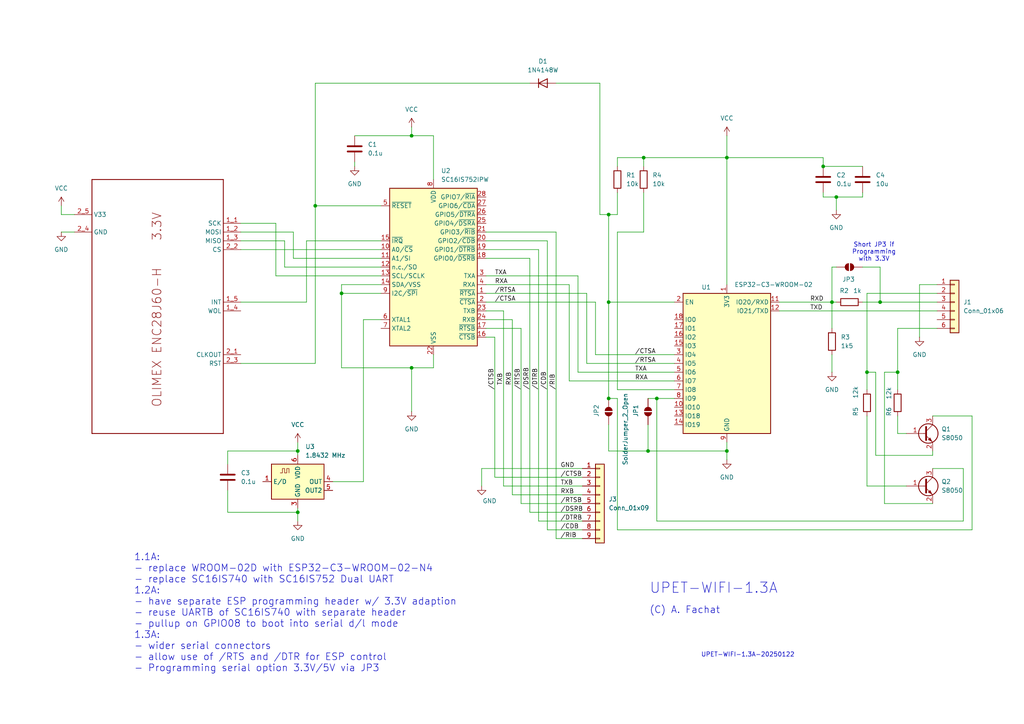
<source format=kicad_sch>
(kicad_sch (version 20231120) (generator "eeschema") (generator_version "8.0")
  (paper "A4")
  (lib_symbols
    (symbol "Connector_Generic:Conn_01x06" (pin_names (offset 1.016) hide)
      (property "Reference" "J" (at 0 7.62 0))
      (property "Value" "Conn_01x06" (at 0 -10.16 0))
      (symbol "Conn_01x06_1_1"
        (rectangle (start -1.27 -7.493) (end 0 -7.747) (stroke (width 0.1524)))
        (rectangle (start -1.27 -4.953) (end 0 -5.207) (stroke (width 0.1524)))
        (rectangle (start -1.27 -2.413) (end 0 -2.667) (stroke (width 0.1524)))
        (rectangle (start -1.27 0.127) (end 0 -0.127) (stroke (width 0.1524)))
        (rectangle (start -1.27 2.667) (end 0 2.413) (stroke (width 0.1524)))
        (rectangle (start -1.27 5.207) (end 0 4.953) (stroke (width 0.1524)))
        (rectangle (start -1.27 6.35) (end 1.27 -8.89) (stroke (width 0.254)) (fill (type background)))
        (pin passive line (at -5.08 5.08 0) (length 3.81) (name "Pin_1") (number "1"))
        (pin passive line (at -5.08 2.54 0) (length 3.81) (name "Pin_2") (number "2"))
        (pin passive line (at -5.08 0 0) (length 3.81) (name "Pin_3") (number "3"))
        (pin passive line (at -5.08 -2.54 0) (length 3.81) (name "Pin_4") (number "4"))
        (pin passive line (at -5.08 -5.08 0) (length 3.81) (name "Pin_5") (number "5"))
        (pin passive line (at -5.08 -7.62 0) (length 3.81) (name "Pin_6") (number "6"))
      )
    )
    (symbol "Connector_Generic:Conn_01x09" (pin_names (offset 1.016) hide)
      (property "Reference" "J" (at 0 12.7 0))
      (property "Value" "Conn_01x09" (at 0 -12.7 0))
      (symbol "Conn_01x09_1_1"
        (rectangle (start -1.27 -10.033) (end 0 -10.287) (stroke (width 0.1524)))
        (rectangle (start -1.27 -7.493) (end 0 -7.747) (stroke (width 0.1524)))
        (rectangle (start -1.27 -4.953) (end 0 -5.207) (stroke (width 0.1524)))
        (rectangle (start -1.27 -2.413) (end 0 -2.667) (stroke (width 0.1524)))
        (rectangle (start -1.27 0.127) (end 0 -0.127) (stroke (width 0.1524)))
        (rectangle (start -1.27 2.667) (end 0 2.413) (stroke (width 0.1524)))
        (rectangle (start -1.27 5.207) (end 0 4.953) (stroke (width 0.1524)))
        (rectangle (start -1.27 7.747) (end 0 7.493) (stroke (width 0.1524)))
        (rectangle (start -1.27 10.287) (end 0 10.033) (stroke (width 0.1524)))
        (rectangle (start -1.27 11.43) (end 1.27 -11.43) (stroke (width 0.254)) (fill (type background)))
        (pin passive line (at -5.08 10.16 0) (length 3.81) (name "Pin_1") (number "1"))
        (pin passive line (at -5.08 7.62 0) (length 3.81) (name "Pin_2") (number "2"))
        (pin passive line (at -5.08 5.08 0) (length 3.81) (name "Pin_3") (number "3"))
        (pin passive line (at -5.08 2.54 0) (length 3.81) (name "Pin_4") (number "4"))
        (pin passive line (at -5.08 0 0) (length 3.81) (name "Pin_5") (number "5"))
        (pin passive line (at -5.08 -2.54 0) (length 3.81) (name "Pin_6") (number "6"))
        (pin passive line (at -5.08 -5.08 0) (length 3.81) (name "Pin_7") (number "7"))
        (pin passive line (at -5.08 -7.62 0) (length 3.81) (name "Pin_8") (number "8"))
        (pin passive line (at -5.08 -10.16 0) (length 3.81) (name "Pin_9") (number "9"))
      )
    )
    (symbol "Device:C" (pin_numbers hide) (pin_names (offset 0.254))
      (property "Reference" "C" (at 0.635 2.54 0))
      (property "Value" "C" (at 0.635 -2.54 0))
      (symbol "C_0_1"
        (polyline (pts (xy -2.032 -0.762) (xy 2.032 -0.762)) (stroke (width 0.508)))
        (polyline (pts (xy -2.032 0.762) (xy 2.032 0.762)) (stroke (width 0.508)))
      )
      (symbol "C_1_1"
        (pin passive line (at 0 3.81 270) (length 2.794) (name "~") (number "1"))
        (pin passive line (at 0 -3.81 90) (length 2.794) (name "~") (number "2"))
      )
    )
    (symbol "Device:R" (pin_numbers hide) (pin_names (offset 0))
      (property "Reference" "R" (at 2.032 0 90))
      (property "Value" "R" (at 0 0 90))
      (symbol "R_0_1"
        (rectangle (start -1.016 -2.54) (end 1.016 2.54) (stroke (width 0.254)))
      )
      (symbol "R_1_1"
        (pin passive line (at 0 3.81 270) (length 1.27) (name "~") (number "1"))
        (pin passive line (at 0 -3.81 90) (length 1.27) (name "~") (number "2"))
      )
    )
    (symbol "Diode:1N4148W" (pin_numbers hide) (pin_names hide)
      (property "Reference" "D" (at 0 2.54 0))
      (property "Value" "1N4148W" (at 0 -2.54 0))
      (symbol "1N4148W_0_1"
        (polyline (pts (xy -1.27 1.27) (xy -1.27 -1.27)) (stroke (width 0.254)))
        (polyline (pts (xy 1.27 0) (xy -1.27 0)))
        (polyline (pts (xy 1.27 1.27) (xy 1.27 -1.27) (xy -1.27 0) (xy 1.27 1.27)) (stroke (width 0.254)))
      )
      (symbol "1N4148W_1_1"
        (pin passive line (at -3.81 0 0) (length 2.54) (name "K") (number "1"))
        (pin passive line (at 3.81 0 180) (length 2.54) (name "A") (number "2"))
      )
    )
    (symbol "Interface_UART:SC16IS752IPW"
      (property "Reference" "U" (at -11.43 24.13 0))
      (property "Value" "SC16IS752IPW" (at 7.62 24.13 0))
      (symbol "SC16IS752IPW_0_1"
        (rectangle (start -12.7 22.86) (end 12.7 -22.86) (stroke (width 0.254)) (fill (type background)))
      )
      (symbol "SC16IS752IPW_1_1"
        (pin output line (at 15.24 -7.62 180) (length 2.54) (name "~{RTSA}") (number "1"))
        (pin input line (at -15.24 5.08 0) (length 2.54) (name "A0/~{CS}") (number "10"))
        (pin input line (at -15.24 2.54 0) (length 2.54) (name "A1/SI") (number "11"))
        (pin output line (at -15.24 0 0) (length 2.54) (name "n.c./SO") (number "12"))
        (pin input line (at -15.24 -2.54 0) (length 2.54) (name "SCL/SCLK") (number "13"))
        (pin bidirectional line (at -15.24 -5.08 0) (length 2.54) (name "SDA/VSS") (number "14"))
        (pin open_collector line (at -15.24 7.62 0) (length 2.54) (name "~{IRQ}") (number "15"))
        (pin input line (at 15.24 -20.32 180) (length 2.54) (name "~{CTSB}") (number "16"))
        (pin output line (at 15.24 -17.78 180) (length 2.54) (name "~{RTSB}") (number "17"))
        (pin bidirectional line (at 15.24 2.54 180) (length 2.54) (name "GPIO0/~{DSRB}") (number "18"))
        (pin bidirectional line (at 15.24 5.08 180) (length 2.54) (name "GPIO1/~{DTRB}") (number "19"))
        (pin input line (at 15.24 -10.16 180) (length 2.54) (name "~{CTSA}") (number "2"))
        (pin bidirectional line (at 15.24 7.62 180) (length 2.54) (name "GPIO2/~{CDB}") (number "20"))
        (pin bidirectional line (at 15.24 10.16 180) (length 2.54) (name "GPIO3/~{RIB}") (number "21"))
        (pin power_in line (at 0 -25.4 90) (length 2.54) (name "VSS") (number "22"))
        (pin output line (at 15.24 -12.7 180) (length 2.54) (name "TXB") (number "23"))
        (pin input line (at 15.24 -15.24 180) (length 2.54) (name "RXB") (number "24"))
        (pin bidirectional line (at 15.24 12.7 180) (length 2.54) (name "GPIO4/~{DSRA}") (number "25"))
        (pin bidirectional line (at 15.24 15.24 180) (length 2.54) (name "GPIO5/~{DTRA}") (number "26"))
        (pin bidirectional line (at 15.24 17.78 180) (length 2.54) (name "GPIO6/~{CDA}") (number "27"))
        (pin bidirectional line (at 15.24 20.32 180) (length 2.54) (name "GPIO7/~{RIA}") (number "28"))
        (pin output line (at 15.24 -2.54 180) (length 2.54) (name "TXA") (number "3"))
        (pin input line (at 15.24 -5.08 180) (length 2.54) (name "RXA") (number "4"))
        (pin input line (at -15.24 17.78 0) (length 2.54) (name "~{RESET}") (number "5"))
        (pin input line (at -15.24 -15.24 0) (length 2.54) (name "XTAL1") (number "6"))
        (pin output line (at -15.24 -17.78 0) (length 2.54) (name "XTAL2") (number "7"))
        (pin power_in line (at 0 25.4 270) (length 2.54) (name "VDD") (number "8"))
        (pin input line (at -15.24 -7.62 0) (length 2.54) (name "I2C/~{SPI}") (number "9"))
      )
    )
    (symbol "Jumper:SolderJumper_2_Open" (pin_numbers hide) (pin_names (offset 0) hide) (exclude_from_sim yes) (in_bom no)
      (property "Reference" "JP" (at 0 2.032 0))
      (property "Value" "SolderJumper_2_Open" (at 0 -2.54 0))
      (symbol "SolderJumper_2_Open_0_1"
        (arc (start -0.254 1.016) (mid -1.2656 0) (end -0.254 -1.016))
        (arc (start -0.254 1.016) (mid -1.2656 0) (end -0.254 -1.016) (fill (type outline)))
        (polyline (pts (xy -0.254 1.016) (xy -0.254 -1.016)))
        (polyline (pts (xy 0.254 1.016) (xy 0.254 -1.016)))
        (arc (start 0.254 -1.016) (mid 1.2656 0) (end 0.254 1.016))
        (arc (start 0.254 -1.016) (mid 1.2656 0) (end 0.254 1.016) (fill (type outline)))
      )
      (symbol "SolderJumper_2_Open_1_1"
        (pin passive line (at -3.81 0 0) (length 2.54) (name "A") (number "1"))
        (pin passive line (at 3.81 0 180) (length 2.54) (name "B") (number "2"))
      )
    )
    (symbol "Oscillator:XUX71"
      (property "Reference" "U" (at -6.35 6.35 0))
      (property "Value" "XUX71" (at 5.08 6.35 0))
      (symbol "XUX71_0_1"
        (rectangle (start -7.62 5.08) (end 7.62 -5.08) (stroke (width 0.254)) (fill (type background)))
      )
      (symbol "XUX71_1_1"
        (polyline (pts (xy -5.08 2.54) (xy -4.445 2.54) (xy -4.445 3.81) (xy -3.81 3.81) (xy -3.81 2.54) (xy -3.175 2.54) (xy -3.175 3.81) (xy -2.54 3.81) (xy -2.54 2.54)))
        (pin input line (at -10.16 0 0) (length 2.54) (name "E/D") (number "1"))
        (pin no_connect line (at -7.62 -2.54 0) (length 2.54) hide (name "NC") (number "2"))
        (pin power_in line (at 0 -7.62 90) (length 2.54) (name "GND") (number "3"))
        (pin output line (at 10.16 0 180) (length 2.54) (name "OUT") (number "4"))
        (pin output line (at 10.16 -2.54 180) (length 2.54) (name "OUT2") (number "5"))
        (pin power_in line (at 0 7.62 270) (length 2.54) (name "VDD") (number "6"))
      )
    )
    (symbol "RF_Module:ESP32-C3-WROOM-02"
      (property "Reference" "U" (at -12.192 21.336 0))
      (property "Value" "ESP32-C3-WROOM-02" (at 12.192 21.336 0))
      (symbol "ESP32-C3-WROOM-02_1_1"
        (rectangle (start -12.7 20.32) (end 12.7 -20.32) (stroke (width 0.254)) (fill (type background)))
        (pin power_in line (at 0 22.86 270) (length 2.54) (name "3V3") (number "1"))
        (pin bidirectional line (at -15.24 -12.7 0) (length 2.54) (name "IO10") (number "10"))
        (pin bidirectional line (at 15.24 17.78 180) (length 2.54) (name "IO20/RXD") (number "11"))
        (pin bidirectional line (at 15.24 15.24 180) (length 2.54) (name "IO21/TXD") (number "12"))
        (pin bidirectional line (at -15.24 -15.24 0) (length 2.54) (name "IO18") (number "13"))
        (pin bidirectional line (at -15.24 -17.78 0) (length 2.54) (name "IO19") (number "14"))
        (pin bidirectional line (at -15.24 5.08 0) (length 2.54) (name "IO3") (number "15"))
        (pin bidirectional line (at -15.24 7.62 0) (length 2.54) (name "IO2") (number "16"))
        (pin bidirectional line (at -15.24 10.16 0) (length 2.54) (name "IO1") (number "17"))
        (pin bidirectional line (at -15.24 12.7 0) (length 2.54) (name "IO0") (number "18"))
        (pin passive line (at 0 -22.86 90) (length 2.54) hide (name "GND") (number "19"))
        (pin input line (at -15.24 17.78 0) (length 2.54) (name "EN") (number "2"))
        (pin bidirectional line (at -15.24 2.54 0) (length 2.54) (name "IO4") (number "3"))
        (pin bidirectional line (at -15.24 0 0) (length 2.54) (name "IO5") (number "4"))
        (pin bidirectional line (at -15.24 -2.54 0) (length 2.54) (name "IO6") (number "5"))
        (pin bidirectional line (at -15.24 -5.08 0) (length 2.54) (name "IO7") (number "6"))
        (pin bidirectional line (at -15.24 -7.62 0) (length 2.54) (name "IO8") (number "7"))
        (pin bidirectional line (at -15.24 -10.16 0) (length 2.54) (name "IO9") (number "8"))
        (pin power_in line (at 0 -22.86 90) (length 2.54) (name "GND") (number "9"))
      )
    )
    (symbol "Transistor_BJT:S8050" (pin_names (offset 0) hide)
      (property "Reference" "Q1" (at 5.08 1.2701 0))
      (property "Value" "S8050" (at 5.08 -1.2699 0))
      (symbol "S8050_0_1"
        (polyline (pts (xy 0 0) (xy 0.635 0)))
        (polyline (pts (xy 0.635 0.635) (xy 2.54 2.54)))
        (polyline (pts (xy 0.635 -0.635) (xy 2.54 -2.54) (xy 2.54 -2.54)))
        (polyline (pts (xy 0.635 1.905) (xy 0.635 -1.905) (xy 0.635 -1.905)) (stroke (width 0.508)))
        (polyline (pts (xy 1.27 -1.778) (xy 1.778 -1.27) (xy 2.286 -2.286) (xy 1.27 -1.778) (xy 1.27 -1.778)) (fill (type outline)))
        (circle (center 1.27 0) (radius 2.8194) (stroke (width 0.254)))
      )
      (symbol "S8050_1_1"
        (pin input line (at -5.08 0 0) (length 5.08) (name "B") (number "1"))
        (pin passive line (at 2.54 -5.08 90) (length 2.54) (name "E") (number "2"))
        (pin passive line (at 2.54 5.08 270) (length 2.54) (name "C") (number "3"))
      )
    )
    (symbol "cbm_ultipet_v1-eagle-import:ETHOLIENC"
      (symbol "ETHOLIENC_1_0"
        (polyline (pts (xy -17.78 -35.56) (xy -17.78 38.1)) (stroke (width 0.254)))
        (polyline (pts (xy -17.78 38.1) (xy 20.32 38.1)) (stroke (width 0.254)))
        (polyline (pts (xy 20.32 -35.56) (xy -17.78 -35.56)) (stroke (width 0.254)))
        (polyline (pts (xy 20.32 38.1) (xy 20.32 -35.56)) (stroke (width 0.254)))
        (text "3.3V" (at 2.54 20.32 900) (effects (font (size 2.54 2.54)) (justify left bottom)))
        (text "OLIMEX ENC28J60-H" (at 2.54 -27.94 900) (effects (font (size 2.54 2.54)) (justify left bottom)))
        (pin bidirectional line (at 25.4 25.4 180) (length 5.08) (name "SCK") (number "1_1"))
        (pin bidirectional line (at 25.4 22.86 180) (length 5.08) (name "MOSI") (number "1_2"))
        (pin bidirectional line (at 25.4 20.32 180) (length 5.08) (name "MISO") (number "1_3"))
        (pin bidirectional line (at 25.4 0 180) (length 5.08) (name "WOL") (number "1_4"))
        (pin bidirectional line (at 25.4 2.54 180) (length 5.08) (name "INT") (number "1_5"))
        (pin bidirectional line (at 25.4 -12.7 180) (length 5.08) (name "CLKOUT") (number "2_1"))
        (pin bidirectional line (at 25.4 17.78 180) (length 5.08) (name "CS") (number "2_2"))
        (pin bidirectional line (at 25.4 -15.24 180) (length 5.08) (name "RST") (number "2_3"))
        (pin bidirectional line (at -22.86 22.86 0) (length 5.08) (name "GND") (number "2_4"))
        (pin bidirectional line (at -22.86 27.94 0) (length 5.08) (name "V33") (number "2_5"))
      )
    )
    (symbol "power:GND" (power) (pin_numbers hide) (pin_names (offset 0) hide)
      (property "Value" "GND" (at 0 -3.81 0))
      (symbol "GND_0_1"
        (polyline (pts (xy 0 0) (xy 0 -1.27) (xy 1.27 -1.27) (xy 0 -2.54) (xy -1.27 -1.27) (xy 0 -1.27)))
      )
      (symbol "GND_1_1"
        (pin power_in line (at 0 0 270) (length 0) (name "~") (number "1"))
      )
    )
    (symbol "power:VCC" (power) (pin_numbers hide) (pin_names (offset 0) hide)
      (property "Value" "VCC" (at 0 3.556 0))
      (symbol "VCC_0_1"
        (polyline (pts (xy -0.762 1.27) (xy 0 2.54)))
        (polyline (pts (xy 0 0) (xy 0 2.54)))
        (polyline (pts (xy 0 2.54) (xy 0.762 1.27)))
      )
      (symbol "VCC_1_1"
        (pin power_in line (at 0 0 90) (length 0) (name "~") (number "1"))
      )
    )
  )
  (junction (at 86.36 148.59))
  (junction (at 187.96 130.81))
  (junction (at 241.3 87.63))
  (junction (at 91.44 59.69))
  (junction (at 99.06 85.09))
  (junction (at 255.27 87.63))
  (junction (at 190.5 115.57))
  (junction (at 260.35 107.95))
  (junction (at 176.53 87.63))
  (junction (at 242.57 57.15))
  (junction (at 176.53 62.23))
  (junction (at 238.76 48.26))
  (junction (at 186.69 45.72))
  (junction (at 176.53 115.57))
  (junction (at 210.82 130.81))
  (junction (at 210.82 45.72))
  (junction (at 119.38 39.37))
  (junction (at 251.46 107.95))
  (junction (at 119.38 106.68))
  (junction (at 86.36 130.81))
  (wire (pts (xy 119.38 106.68) (xy 119.38 119.38)))
  (wire (pts (xy 179.07 45.72) (xy 179.07 48.26)))
  (wire (pts (xy 96.52 139.7) (xy 105.41 139.7)))
  (wire (pts (xy 179.07 153.67) (xy 179.07 115.57)))
  (wire (pts (xy 140.97 72.39) (xy 156.21 72.39)))
  (wire (pts (xy 153.67 24.13) (xy 91.44 24.13)))
  (wire (pts (xy 69.85 72.39) (xy 110.49 72.39)))
  (wire (pts (xy 176.53 130.81) (xy 176.53 123.19)))
  (wire (pts (xy 179.07 67.31) (xy 186.69 67.31)))
  (wire (pts (xy 125.73 39.37) (xy 119.38 39.37)))
  (wire (pts (xy 281.94 120.65) (xy 281.94 153.67)))
  (wire (pts (xy 179.07 115.57) (xy 176.53 115.57)))
  (wire (pts (xy 238.76 55.88) (xy 238.76 57.15)))
  (wire (pts (xy 210.82 45.72) (xy 238.76 45.72)))
  (wire (pts (xy 210.82 39.37) (xy 210.82 45.72)))
  (wire (pts (xy 91.44 24.13) (xy 91.44 59.69)))
  (wire (pts (xy 271.78 82.55) (xy 266.7 82.55)))
  (wire (pts (xy 195.58 110.49) (xy 165.1 110.49)))
  (wire (pts (xy 21.59 62.23) (xy 17.78 62.23)))
  (wire (pts (xy 255.27 77.47) (xy 255.27 87.63)))
  (wire (pts (xy 210.82 130.81) (xy 187.96 130.81)))
  (wire (pts (xy 161.29 67.31) (xy 161.29 156.21)))
  (wire (pts (xy 86.36 128.27) (xy 86.36 130.81)))
  (wire (pts (xy 17.78 62.23) (xy 17.78 59.69)))
  (wire (pts (xy 255.27 87.63) (xy 271.78 87.63)))
  (wire (pts (xy 140.97 87.63) (xy 172.72 87.63)))
  (wire (pts (xy 187.96 130.81) (xy 187.96 123.19)))
  (wire (pts (xy 156.21 151.13) (xy 168.91 151.13)))
  (wire (pts (xy 176.53 87.63) (xy 176.53 115.57)))
  (wire (pts (xy 195.58 102.87) (xy 172.72 102.87)))
  (wire (pts (xy 86.36 130.81) (xy 66.04 130.81)))
  (wire (pts (xy 251.46 107.95) (xy 251.46 113.03)))
  (wire (pts (xy 179.07 153.67) (xy 281.94 153.67)))
  (wire (pts (xy 140.97 92.71) (xy 148.59 92.71)))
  (wire (pts (xy 176.53 87.63) (xy 195.58 87.63)))
  (wire (pts (xy 148.59 92.71) (xy 148.59 143.51)))
  (wire (pts (xy 251.46 85.09) (xy 251.46 107.95)))
  (wire (pts (xy 140.97 80.01) (xy 167.64 80.01)))
  (wire (pts (xy 173.99 24.13) (xy 173.99 62.23)))
  (wire (pts (xy 110.49 59.69) (xy 91.44 59.69)))
  (wire (pts (xy 176.53 62.23) (xy 176.53 87.63)))
  (wire (pts (xy 238.76 48.26) (xy 250.19 48.26)))
  (wire (pts (xy 210.82 128.27) (xy 210.82 130.81)))
  (wire (pts (xy 187.96 115.57) (xy 190.5 115.57)))
  (wire (pts (xy 125.73 39.37) (xy 125.73 52.07)))
  (wire (pts (xy 140.97 74.93) (xy 153.67 74.93)))
  (wire (pts (xy 167.64 80.01) (xy 167.64 107.95)))
  (wire (pts (xy 241.3 87.63) (xy 241.3 95.25)))
  (wire (pts (xy 140.97 85.09) (xy 170.18 85.09)))
  (wire (pts (xy 85.09 74.93) (xy 110.49 74.93)))
  (wire (pts (xy 172.72 87.63) (xy 172.72 102.87)))
  (wire (pts (xy 226.06 90.17) (xy 271.78 90.17)))
  (wire (pts (xy 241.3 87.63) (xy 242.57 87.63)))
  (wire (pts (xy 110.49 82.55) (xy 99.06 82.55)))
  (wire (pts (xy 110.49 80.01) (xy 80.01 80.01)))
  (wire (pts (xy 270.51 120.65) (xy 281.94 120.65)))
  (wire (pts (xy 271.78 85.09) (xy 251.46 85.09)))
  (wire (pts (xy 165.1 82.55) (xy 165.1 110.49)))
  (wire (pts (xy 186.69 45.72) (xy 186.69 48.26)))
  (wire (pts (xy 140.97 82.55) (xy 165.1 82.55)))
  (wire (pts (xy 69.85 87.63) (xy 88.9 87.63)))
  (wire (pts (xy 161.29 24.13) (xy 173.99 24.13)))
  (wire (pts (xy 210.82 45.72) (xy 210.82 82.55)))
  (wire (pts (xy 125.73 106.68) (xy 119.38 106.68)))
  (wire (pts (xy 110.49 69.85) (xy 88.9 69.85)))
  (wire (pts (xy 173.99 62.23) (xy 176.53 62.23)))
  (wire (pts (xy 254 132.08) (xy 254 107.95)))
  (wire (pts (xy 262.89 125.73) (xy 260.35 125.73)))
  (wire (pts (xy 119.38 36.83) (xy 119.38 39.37)))
  (wire (pts (xy 69.85 67.31) (xy 85.09 67.31)))
  (wire (pts (xy 102.87 46.99) (xy 102.87 48.26)))
  (wire (pts (xy 66.04 130.81) (xy 66.04 134.62)))
  (wire (pts (xy 156.21 72.39) (xy 156.21 151.13)))
  (wire (pts (xy 153.67 74.93) (xy 153.67 148.59)))
  (wire (pts (xy 102.87 39.37) (xy 119.38 39.37)))
  (wire (pts (xy 262.89 140.97) (xy 251.46 140.97)))
  (wire (pts (xy 242.57 77.47) (xy 241.3 77.47)))
  (wire (pts (xy 88.9 69.85) (xy 88.9 87.63)))
  (wire (pts (xy 110.49 77.47) (xy 82.55 77.47)))
  (wire (pts (xy 153.67 148.59) (xy 168.91 148.59)))
  (wire (pts (xy 86.36 147.32) (xy 86.36 148.59)))
  (wire (pts (xy 140.97 95.25) (xy 151.13 95.25)))
  (wire (pts (xy 143.51 138.43) (xy 168.91 138.43)))
  (wire (pts (xy 66.04 148.59) (xy 66.04 142.24)))
  (wire (pts (xy 250.19 57.15) (xy 250.19 55.88)))
  (wire (pts (xy 251.46 140.97) (xy 251.46 120.65)))
  (wire (pts (xy 226.06 87.63) (xy 241.3 87.63)))
  (wire (pts (xy 170.18 85.09) (xy 170.18 105.41)))
  (wire (pts (xy 82.55 77.47) (xy 82.55 69.85)))
  (wire (pts (xy 176.53 62.23) (xy 179.07 62.23)))
  (wire (pts (xy 125.73 102.87) (xy 125.73 106.68)))
  (wire (pts (xy 69.85 64.77) (xy 80.01 64.77)))
  (wire (pts (xy 260.35 125.73) (xy 260.35 120.65)))
  (wire (pts (xy 190.5 151.13) (xy 190.5 115.57)))
  (wire (pts (xy 195.58 113.03) (xy 179.07 113.03)))
  (wire (pts (xy 195.58 105.41) (xy 170.18 105.41)))
  (wire (pts (xy 110.49 85.09) (xy 99.06 85.09)))
  (wire (pts (xy 139.7 135.89) (xy 168.91 135.89)))
  (wire (pts (xy 151.13 146.05) (xy 168.91 146.05)))
  (wire (pts (xy 69.85 105.41) (xy 91.44 105.41)))
  (wire (pts (xy 190.5 115.57) (xy 195.58 115.57)))
  (wire (pts (xy 80.01 80.01) (xy 80.01 64.77)))
  (wire (pts (xy 210.82 130.81) (xy 210.82 133.35)))
  (wire (pts (xy 99.06 82.55) (xy 99.06 85.09)))
  (wire (pts (xy 151.13 95.25) (xy 151.13 146.05)))
  (wire (pts (xy 140.97 67.31) (xy 161.29 67.31)))
  (wire (pts (xy 270.51 132.08) (xy 254 132.08)))
  (wire (pts (xy 105.41 92.71) (xy 110.49 92.71)))
  (wire (pts (xy 161.29 156.21) (xy 168.91 156.21)))
  (wire (pts (xy 146.05 90.17) (xy 146.05 140.97)))
  (wire (pts (xy 260.35 95.25) (xy 260.35 107.95)))
  (wire (pts (xy 139.7 135.89) (xy 139.7 140.97)))
  (wire (pts (xy 146.05 140.97) (xy 168.91 140.97)))
  (wire (pts (xy 254 107.95) (xy 251.46 107.95)))
  (wire (pts (xy 242.57 57.15) (xy 242.57 60.96)))
  (wire (pts (xy 256.54 107.95) (xy 260.35 107.95)))
  (wire (pts (xy 86.36 148.59) (xy 86.36 151.13)))
  (wire (pts (xy 179.07 45.72) (xy 186.69 45.72)))
  (wire (pts (xy 250.19 77.47) (xy 255.27 77.47)))
  (wire (pts (xy 86.36 130.81) (xy 86.36 132.08)))
  (wire (pts (xy 140.97 97.79) (xy 143.51 97.79)))
  (wire (pts (xy 148.59 143.51) (xy 168.91 143.51)))
  (wire (pts (xy 17.78 67.31) (xy 21.59 67.31)))
  (wire (pts (xy 270.51 135.89) (xy 279.4 135.89)))
  (wire (pts (xy 256.54 107.95) (xy 256.54 146.05)))
  (wire (pts (xy 186.69 45.72) (xy 210.82 45.72)))
  (wire (pts (xy 69.85 69.85) (xy 82.55 69.85)))
  (wire (pts (xy 241.3 77.47) (xy 241.3 87.63)))
  (wire (pts (xy 238.76 48.26) (xy 238.76 45.72)))
  (wire (pts (xy 190.5 151.13) (xy 279.4 151.13)))
  (wire (pts (xy 99.06 106.68) (xy 119.38 106.68)))
  (wire (pts (xy 242.57 57.15) (xy 250.19 57.15)))
  (wire (pts (xy 241.3 102.87) (xy 241.3 107.95)))
  (wire (pts (xy 140.97 69.85) (xy 158.75 69.85)))
  (wire (pts (xy 195.58 107.95) (xy 167.64 107.95)))
  (wire (pts (xy 105.41 139.7) (xy 105.41 92.71)))
  (wire (pts (xy 85.09 67.31) (xy 85.09 74.93)))
  (wire (pts (xy 279.4 135.89) (xy 279.4 151.13)))
  (wire (pts (xy 266.7 82.55) (xy 266.7 97.79)))
  (wire (pts (xy 238.76 57.15) (xy 242.57 57.15)))
  (wire (pts (xy 140.97 90.17) (xy 146.05 90.17)))
  (wire (pts (xy 250.19 87.63) (xy 255.27 87.63)))
  (wire (pts (xy 179.07 62.23) (xy 179.07 55.88)))
  (wire (pts (xy 179.07 113.03) (xy 179.07 67.31)))
  (wire (pts (xy 260.35 95.25) (xy 271.78 95.25)))
  (wire (pts (xy 270.51 146.05) (xy 256.54 146.05)))
  (wire (pts (xy 260.35 107.95) (xy 260.35 113.03)))
  (wire (pts (xy 186.69 67.31) (xy 186.69 55.88)))
  (wire (pts (xy 158.75 69.85) (xy 158.75 153.67)))
  (wire (pts (xy 158.75 153.67) (xy 168.91 153.67)))
  (wire (pts (xy 187.96 130.81) (xy 176.53 130.81)))
  (wire (pts (xy 143.51 97.79) (xy 143.51 138.43)))
  (wire (pts (xy 91.44 59.69) (xy 91.44 105.41)))
  (wire (pts (xy 86.36 148.59) (xy 66.04 148.59)))
  (wire (pts (xy 270.51 130.81) (xy 270.51 132.08)))
  (wire (pts (xy 99.06 85.09) (xy 99.06 106.68)))
  (text "(C) A. Fachat\n" (at 198.628 177.038 0) (effects (font (size 2 2))))
  (text "1.1A:\n- replace WROOM-02D with ESP32-C3-WROOM-02-N4\n- replace SC16IS740 with SC16IS752 Dual UART\n1.2A:\n- have separate ESP programming header w/ 3.3V adaption\n- reuse UARTB of SC16IS740 with separate header\n- pullup on GPIO08 to boot into serial d/l mode\n1.3A:\n- wider serial connectors\n- allow use of /RTS and /DTR for ESP control\n- Programming serial option 3.3V/5V via JP3" (at 38.862 177.8 0) (effects (font (size 2 2)) (justify left)))
  (text "Short JP3 if\nProgramming\nwith 3.3V" (at 253.492 73.152 0) (effects (font (size 1.27 1.27))))
  (text "UPET-WIFI-1.3A\n" (at 207.01 170.688 0) (effects (font (size 3 3))))
  (text "UPET-WIFI-1.3A-20250122" (at 216.916 189.992 0) (effects (font (size 1.27 1.27))))
  (label "RXB" (at 148.59 111.76 90))
  (label "GND" (at 162.56 135.89 0))
  (label "TXB" (at 162.56 140.97 0))
  (label "TXB" (at 146.05 111.76 90))
  (label "{slash}RTSB" (at 151.13 113.03 90))
  (label "{slash}DSRB" (at 162.56 148.59 0))
  (label "TXA" (at 143.51 80.01 0))
  (label "{slash}CDB" (at 158.75 113.03 90))
  (label "RXA" (at 184.15 110.49 0))
  (label "{slash}CDB" (at 162.56 153.67 0))
  (label "TXA" (at 184.15 107.95 0))
  (label "{slash}RTSB" (at 162.56 146.05 0))
  (label "{slash}RTSA" (at 184.15 105.41 0))
  (label "{slash}RIB" (at 161.29 113.03 90))
  (label "RXD" (at 234.95 87.63 0))
  (label "{slash}CTSA" (at 143.51 87.63 0))
  (label "TXD" (at 234.95 90.17 0))
  (label "{slash}DSRB" (at 153.67 113.03 90))
  (label "{slash}RIB" (at 162.56 156.21 0))
  (label "RXB" (at 162.56 143.51 0))
  (label "{slash}RTSA" (at 143.51 85.09 0))
  (label "RXA" (at 143.51 82.55 0))
  (label "{slash}CTSA" (at 184.15 102.87 0))
  (label "{slash}CTSB" (at 162.56 138.43 0))
  (label "{slash}DTRB" (at 162.56 151.13 0))
  (label "{slash}DTRB" (at 156.21 113.03 90))
  (label "{slash}CTSB" (at 143.51 113.03 90))
  (symbol (lib_id "power:GND") (at 242.57 60.96 0) (unit 1)
    (property "Reference" "#PWR013" (effects (hide yes)))
    (property "Value" "GND" (at 242.57 66.04 0))
    (property "Description" "Power symbol creates a global label with name \"GND\" , ground" (effects (hide yes)))
  )
  (symbol (lib_id "cbm_ultipet_v1-eagle-import:ETHOLIENC") (at 44.45 90.17 0) (unit 1)
    (property "Reference" "U$1" (effects (hide yes)))
    (property "Value" "uPET NET SPI" (effects (hide yes)))
    (property "Footprint" "UPET-Wifi:UPET_NETSPI" (effects (hide yes)))
  )
  (symbol (lib_id "Diode:1N4148W") (at 157.48 24.13 0) (unit 1)
    (property "Reference" "D1" (at 157.48 17.78 0))
    (property "Value" "1N4148W" (at 157.48 20.32 0))
    (property "Footprint" "Diode_SMD:D_SOD-123" (effects (hide yes)))
    (property "Datasheet" "https://www.vishay.com/docs/85748/1n4148w.pdf" (effects (hide yes)))
    (property "Description" "75V 0.15A Fast Switching Diode, SOD-123" (effects (hide yes)))
    (property "Sim.Device" "D" (effects (hide yes)))
    (property "Sim.Pins" "1=K 2=A" (effects (hide yes)))
  )
  (symbol (lib_id "Oscillator:XUX71") (at 86.36 139.7 0) (unit 1)
    (property "Reference" "U3" (at 88.5541 129.54 0) (effects (justify left)))
    (property "Value" "1.8432 MHz" (at 88.5541 132.08 0) (effects (justify left)))
    (property "Footprint" "Oscillator:Oscillator_SMD_IDT_JU6-6_7.0x5.0mm_P2.54mm" (effects (hide yes)))
    (property "Datasheet" "https://www.renesas.com/us/en/document/dst/xu-family-low-phase-noise-quartz-based-pll-oscillators-datasheet" (effects (hide yes)))
    (property "Description" "Low phase noise, quartz-based PLL oscillator, 0.016-1500 MHz, complementary output" (effects (hide yes)))
  )
  (symbol (lib_id "Transistor_BJT:S8050") (at 267.97 140.97 0) (unit 1)
    (property "Reference" "Q2" (at 273.05 139.6999 0) (effects (justify left)))
    (property "Value" "S8050" (at 273.05 142.2399 0) (effects (justify left)))
    (property "Footprint" "Package_TO_SOT_SMD:SOT-23" (effects (hide yes)))
    (property "Datasheet" "http://www.unisonic.com.tw/datasheet/S8050.pdf" (effects (hide yes)))
    (property "Description" "0.7A Ic, 20V Vce, Low Voltage High Current NPN Transistor, TO-92" (effects (hide yes)))
  )
  (symbol (lib_id "Jumper:SolderJumper_2_Open") (at 176.53 119.38 90) (unit 1) (exclude_from_sim yes) (in_bom no)
    (property "Reference" "JP2" (at 172.974 119.126 0))
    (property "Value" "SolderJumper_2_Open" (effects (hide yes)))
    (property "Footprint" "Jumper:SolderJumper-2_P1.3mm_Open_RoundedPad1.0x1.5mm" (effects (hide yes)))
    (property "Description" "Solder Jumper, 2-pole, open" (effects (hide yes)))
  )
  (symbol (lib_id "power:GND") (at 241.3 107.95 0) (unit 1)
    (property "Reference" "#PWR010" (effects (hide yes)))
    (property "Value" "GND" (at 241.3 113.03 0))
    (property "Description" "Power symbol creates a global label with name \"GND\" , ground" (effects (hide yes)))
  )
  (symbol (lib_id "power:VCC") (at 17.78 59.69 0) (unit 1)
    (property "Reference" "#PWR03" (effects (hide yes)))
    (property "Value" "VCC" (at 17.78 54.61 0))
    (property "Description" "Power symbol creates a global label with name \"VCC\"" (effects (hide yes)))
  )
  (symbol (lib_id "power:GND") (at 17.78 67.31 0) (unit 1)
    (property "Reference" "#PWR02" (effects (hide yes)))
    (property "Value" "GND" (at 17.78 72.39 0))
    (property "Description" "Power symbol creates a global label with name \"GND\" , ground" (effects (hide yes)))
  )
  (symbol (lib_id "Device:R") (at 251.46 116.84 180) (unit 1)
    (property "Reference" "R5" (at 248.158 119.38 90))
    (property "Value" "12k" (at 248.158 113.792 90))
    (property "Footprint" "Resistor_SMD:R_0603_1608Metric_Pad0.98x0.95mm_HandSolder" (effects (hide yes)))
    (property "Description" "Resistor" (effects (hide yes)))
  )
  (symbol (lib_id "Jumper:SolderJumper_2_Open") (at 187.96 119.38 90) (unit 1) (exclude_from_sim yes) (in_bom no)
    (property "Reference" "JP1" (at 184.404 119.126 0))
    (property "Value" "SolderJumper_2_Open" (at 181.356 124.46 0))
    (property "Footprint" "Jumper:SolderJumper-2_P1.3mm_Open_RoundedPad1.0x1.5mm" (effects (hide yes)))
    (property "Description" "Solder Jumper, 2-pole, open" (effects (hide yes)))
  )
  (symbol (lib_id "Device:R") (at 179.07 52.07 0) (unit 1)
    (property "Reference" "R1" (at 181.61 50.7999 0) (effects (justify left)))
    (property "Value" "10k" (at 181.61 53.3399 0) (effects (justify left)))
    (property "Footprint" "Resistor_SMD:R_0603_1608Metric_Pad0.98x0.95mm_HandSolder" (effects (hide yes)))
    (property "Description" "Resistor" (effects (hide yes)))
  )
  (symbol (lib_id "Device:R") (at 241.3 99.06 0) (unit 1)
    (property "Reference" "R3" (at 243.84 97.7899 0) (effects (justify left)))
    (property "Value" "1k5" (at 243.84 100.3299 0) (effects (justify left)))
    (property "Footprint" "Resistor_SMD:R_0603_1608Metric_Pad0.98x0.95mm_HandSolder" (effects (hide yes)))
    (property "Description" "Resistor" (effects (hide yes)))
  )
  (symbol (lib_id "Device:R") (at 260.35 116.84 180) (unit 1)
    (property "Reference" "R6" (at 257.81 119.38 90))
    (property "Value" "12k" (at 257.81 114.046 90))
    (property "Footprint" "Resistor_SMD:R_0603_1608Metric_Pad0.98x0.95mm_HandSolder" (effects (hide yes)))
    (property "Description" "Resistor" (effects (hide yes)))
  )
  (symbol (lib_id "power:GND") (at 139.7 140.97 0) (unit 1)
    (property "Reference" "#PWR012" (effects (hide yes)))
    (property "Value" "GND" (at 139.954 145.288 0) (effects (justify left)))
    (property "Description" "Power symbol creates a global label with name \"GND\" , ground" (effects (hide yes)))
  )
  (symbol (lib_id "RF_Module:ESP32-C3-WROOM-02") (at 210.82 105.41 0) (unit 1)
    (property "Reference" "U1" (at 203.454 83.312 0) (effects (justify left)))
    (property "Value" "ESP32-C3-WROOM-02" (at 213.0141 82.55 0) (effects (justify left)))
    (property "Footprint" "RF_Module:ESP32-C3-WROOM-02" (effects (hide yes)))
    (property "Datasheet" "https://www.espressif.com/sites/default/files/documentation/esp32-c3-wroom-02_datasheet_en.pdf" (effects (hide yes)))
    (property "Description" "802.11 b/g/n Wi­Fi and Bluetooth 5 module, ESP32­C3 SoC, RISC­V microprocessor, On-board antenna" (effects (hide yes)))
  )
  (symbol (lib_id "power:GND") (at 266.7 97.79 0) (unit 1)
    (property "Reference" "#PWR011" (effects (hide yes)))
    (property "Value" "GND" (at 266.7 102.87 0))
    (property "Description" "Power symbol creates a global label with name \"GND\" , ground" (effects (hide yes)))
  )
  (symbol (lib_id "power:GND") (at 86.36 151.13 0) (unit 1)
    (property "Reference" "#PWR08" (effects (hide yes)))
    (property "Value" "GND" (at 86.36 156.21 0))
    (property "Description" "Power symbol creates a global label with name \"GND\" , ground" (effects (hide yes)))
  )
  (symbol (lib_id "Jumper:SolderJumper_2_Open") (at 246.38 77.47 180) (unit 1) (exclude_from_sim yes) (in_bom no)
    (property "Reference" "JP3" (at 246.126 81.026 0))
    (property "Value" "SolderJumper_2_Open" (effects (hide yes)))
    (property "Footprint" "Jumper:SolderJumper-2_P1.3mm_Open_RoundedPad1.0x1.5mm" (effects (hide yes)))
    (property "Description" "Solder Jumper, 2-pole, open" (effects (hide yes)))
  )
  (symbol (lib_id "Device:C") (at 102.87 43.18 0) (unit 1)
    (property "Reference" "C1" (at 106.68 41.9099 0) (effects (justify left)))
    (property "Value" "0.1u" (at 106.68 44.4499 0) (effects (justify left)))
    (property "Footprint" "Capacitor_SMD:C_0603_1608Metric_Pad1.08x0.95mm_HandSolder" (effects (hide yes)))
    (property "Description" "Unpolarized capacitor" (effects (hide yes)))
  )
  (symbol (lib_id "Device:C") (at 238.76 52.07 0) (unit 1)
    (property "Reference" "C2" (at 242.57 50.7999 0) (effects (justify left)))
    (property "Value" "0.1u" (at 242.57 53.3399 0) (effects (justify left)))
    (property "Footprint" "Capacitor_SMD:C_0603_1608Metric_Pad1.08x0.95mm_HandSolder" (effects (hide yes)))
    (property "Description" "Unpolarized capacitor" (effects (hide yes)))
  )
  (symbol (lib_id "Device:R") (at 246.38 87.63 90) (unit 1)
    (property "Reference" "R2" (at 244.856 84.328 90))
    (property "Value" "1k" (at 248.666 84.328 90))
    (property "Footprint" "Resistor_SMD:R_0603_1608Metric_Pad0.98x0.95mm_HandSolder" (effects (hide yes)))
    (property "Description" "Resistor" (effects (hide yes)))
  )
  (symbol (lib_id "Connector_Generic:Conn_01x06") (at 276.86 87.63 0) (unit 1)
    (property "Reference" "J1" (at 279.4 87.6299 0) (effects (justify left)))
    (property "Value" "Conn_01x06" (at 279.4 90.1699 0) (effects (justify left)))
    (property "Footprint" "Connector_PinHeader_2.54mm:PinHeader_1x06_P2.54mm_Vertical" (effects (hide yes)))
    (property "Description" "Generic connector, single row, 01x06, script generated (kicad-library-utils/schlib/autogen/connector/)" (effects (hide yes)))
  )
  (symbol (lib_id "power:GND") (at 119.38 119.38 0) (unit 1)
    (property "Reference" "#PWR01" (effects (hide yes)))
    (property "Value" "GND" (at 119.38 124.46 0))
    (property "Description" "Power symbol creates a global label with name \"GND\" , ground" (effects (hide yes)))
  )
  (symbol (lib_id "power:VCC") (at 210.82 39.37 0) (unit 1)
    (property "Reference" "#PWR06" (effects (hide yes)))
    (property "Value" "VCC" (at 210.82 34.29 0))
    (property "Description" "Power symbol creates a global label with name \"VCC\"" (effects (hide yes)))
  )
  (symbol (lib_id "power:GND") (at 102.87 48.26 0) (unit 1)
    (property "Reference" "#PWR09" (effects (hide yes)))
    (property "Value" "GND" (at 102.87 53.34 0))
    (property "Description" "Power symbol creates a global label with name \"GND\" , ground" (effects (hide yes)))
  )
  (symbol (lib_id "power:GND") (at 210.82 133.35 0) (unit 1)
    (property "Reference" "#PWR05" (effects (hide yes)))
    (property "Value" "GND" (at 210.82 138.43 0))
    (property "Description" "Power symbol creates a global label with name \"GND\" , ground" (effects (hide yes)))
  )
  (symbol (lib_id "Device:C") (at 250.19 52.07 0) (unit 1)
    (property "Reference" "C4" (at 254 50.7999 0) (effects (justify left)))
    (property "Value" "10u" (at 254 53.3399 0) (effects (justify left)))
    (property "Footprint" "Capacitor_SMD:C_0603_1608Metric_Pad1.08x0.95mm_HandSolder" (effects (hide yes)))
    (property "Description" "Unpolarized capacitor" (effects (hide yes)))
  )
  (symbol (lib_id "Device:R") (at 186.69 52.07 0) (unit 1)
    (property "Reference" "R4" (at 189.23 50.7999 0) (effects (justify left)))
    (property "Value" "10k" (at 189.23 53.3399 0) (effects (justify left)))
    (property "Footprint" "Resistor_SMD:R_0603_1608Metric_Pad0.98x0.95mm_HandSolder" (effects (hide yes)))
    (property "Description" "Resistor" (effects (hide yes)))
  )
  (symbol (lib_id "Connector_Generic:Conn_01x09") (at 173.99 146.05 0) (unit 1)
    (property "Reference" "J3" (at 176.53 144.7799 0) (effects (justify left)))
    (property "Value" "Conn_01x09" (at 176.53 147.3199 0) (effects (justify left)))
    (property "Footprint" "Connector_PinHeader_2.54mm:PinHeader_1x09_P2.54mm_Vertical" (effects (hide yes)))
    (property "Description" "Generic connector, single row, 01x09, script generated (kicad-library-utils/schlib/autogen/connector/)" (effects (hide yes)))
  )
  (symbol (lib_id "Device:C") (at 66.04 138.43 0) (unit 1)
    (property "Reference" "C3" (at 69.85 137.1599 0) (effects (justify left)))
    (property "Value" "0.1u" (at 69.85 139.6999 0) (effects (justify left)))
    (property "Footprint" "Capacitor_SMD:C_0603_1608Metric_Pad1.08x0.95mm_HandSolder" (effects (hide yes)))
    (property "Description" "Unpolarized capacitor" (effects (hide yes)))
  )
  (symbol (lib_id "Transistor_BJT:S8050") (at 267.97 125.73 0) (unit 1)
    (property "Reference" "Q1" (at 273.05 124.4599 0) (effects (justify left)))
    (property "Value" "S8050" (at 273.05 126.9999 0) (effects (justify left)))
    (property "Footprint" "Package_TO_SOT_SMD:SOT-23" (effects (hide yes)))
    (property "Datasheet" "http://www.unisonic.com.tw/datasheet/S8050.pdf" (effects (hide yes)))
    (property "Description" "0.7A Ic, 20V Vce, Low Voltage High Current NPN Transistor, TO-92" (effects (hide yes)))
  )
  (symbol (lib_id "Interface_UART:SC16IS752IPW") (at 125.73 77.47 0) (unit 1)
    (property "Reference" "U2" (at 127.9241 49.53 0) (effects (justify left)))
    (property "Value" "SC16IS752IPW" (at 127.9241 52.07 0) (effects (justify left)))
    (property "Footprint" "Package_SO:TSSOP-28_4.4x9.7mm_P0.65mm" (effects (hide yes)))
    (property "Datasheet" "https://www.nxp.com/docs/en/data-sheet/SC16IS752_SC16IS762.pdf" (effects (hide yes)))
    (property "Description" "Dual UART with I2C/SPI interface, 64 bytes of transmit and receive FIFOs, IrDA SIR built-in support, TSSOP-28" (effects (hide yes)))
  )
  (symbol (lib_id "power:VCC") (at 119.38 36.83 0) (unit 1)
    (property "Reference" "#PWR04" (effects (hide yes)))
    (property "Value" "VCC" (at 119.38 31.75 0))
    (property "Description" "Power symbol creates a global label with name \"VCC\"" (effects (hide yes)))
  )
  (symbol (lib_id "power:VCC") (at 86.36 128.27 0) (unit 1)
    (property "Reference" "#PWR07" (effects (hide yes)))
    (property "Value" "VCC" (at 86.36 123.19 0))
    (property "Description" "Power symbol creates a global label with name \"VCC\"" (effects (hide yes)))
  )
)
</source>
